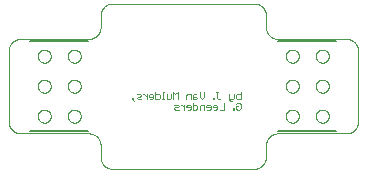
<source format=gbo>
G75*
%MOIN*%
%OFA0B0*%
%FSLAX25Y25*%
%IPPOS*%
%LPD*%
%AMOC8*
5,1,8,0,0,1.08239X$1,22.5*
%
%ADD10C,0.00200*%
%ADD11C,0.00000*%
%ADD12C,0.00500*%
D10*
X0060288Y0043586D02*
X0061022Y0042852D01*
X0060655Y0043586D02*
X0060288Y0043586D01*
X0060288Y0043953D01*
X0060655Y0043953D01*
X0060655Y0043586D01*
X0061764Y0043953D02*
X0062131Y0044320D01*
X0062865Y0044320D01*
X0063232Y0044687D01*
X0062865Y0045054D01*
X0061764Y0045054D01*
X0061764Y0043953D02*
X0062131Y0043586D01*
X0063232Y0043586D01*
X0063973Y0045054D02*
X0064340Y0045054D01*
X0065074Y0044320D01*
X0065074Y0043586D02*
X0065074Y0045054D01*
X0065816Y0044687D02*
X0066183Y0045054D01*
X0066917Y0045054D01*
X0067284Y0044687D01*
X0067284Y0043953D01*
X0066917Y0043586D01*
X0066183Y0043586D01*
X0065816Y0044320D02*
X0067284Y0044320D01*
X0068026Y0045054D02*
X0069126Y0045054D01*
X0069493Y0044687D01*
X0069493Y0043953D01*
X0069126Y0043586D01*
X0068026Y0043586D01*
X0068026Y0045788D01*
X0065816Y0044687D02*
X0065816Y0044320D01*
X0070233Y0043586D02*
X0070967Y0043586D01*
X0070600Y0043586D02*
X0070600Y0045788D01*
X0070967Y0045788D01*
X0071709Y0045054D02*
X0071709Y0043586D01*
X0072810Y0043586D01*
X0073177Y0043953D01*
X0073177Y0045054D01*
X0073919Y0045788D02*
X0073919Y0043586D01*
X0075386Y0043586D02*
X0075386Y0045788D01*
X0074653Y0045054D01*
X0073919Y0045788D01*
X0078338Y0044687D02*
X0078338Y0043586D01*
X0078338Y0044687D02*
X0078705Y0045054D01*
X0079806Y0045054D01*
X0079806Y0043586D01*
X0080548Y0043586D02*
X0081649Y0043586D01*
X0082016Y0043953D01*
X0081649Y0044320D01*
X0080548Y0044320D01*
X0080548Y0044687D02*
X0080548Y0043586D01*
X0080548Y0044687D02*
X0080915Y0045054D01*
X0081649Y0045054D01*
X0082758Y0044320D02*
X0082758Y0045788D01*
X0084226Y0045788D02*
X0084226Y0044320D01*
X0083492Y0043586D01*
X0082758Y0044320D01*
X0080548Y0042188D02*
X0080548Y0039986D01*
X0081649Y0039986D01*
X0082016Y0040353D01*
X0082016Y0041087D01*
X0081649Y0041454D01*
X0080548Y0041454D01*
X0079806Y0041087D02*
X0079439Y0041454D01*
X0078705Y0041454D01*
X0078338Y0041087D01*
X0078338Y0040720D01*
X0079806Y0040720D01*
X0079806Y0040353D02*
X0079806Y0041087D01*
X0079806Y0040353D02*
X0079439Y0039986D01*
X0078705Y0039986D01*
X0077596Y0039986D02*
X0077596Y0041454D01*
X0076862Y0041454D02*
X0076495Y0041454D01*
X0076862Y0041454D02*
X0077596Y0040720D01*
X0075755Y0041087D02*
X0075388Y0041454D01*
X0074287Y0041454D01*
X0074654Y0040720D02*
X0075388Y0040720D01*
X0075755Y0041087D01*
X0074654Y0040720D02*
X0074287Y0040353D01*
X0074654Y0039986D01*
X0075755Y0039986D01*
X0082758Y0039986D02*
X0082758Y0041087D01*
X0083125Y0041454D01*
X0084226Y0041454D01*
X0084226Y0039986D01*
X0084968Y0040720D02*
X0086436Y0040720D01*
X0086436Y0040353D02*
X0086436Y0041087D01*
X0086069Y0041454D01*
X0085335Y0041454D01*
X0084968Y0041087D01*
X0084968Y0040720D01*
X0085335Y0039986D02*
X0086069Y0039986D01*
X0086436Y0040353D01*
X0087178Y0040720D02*
X0088646Y0040720D01*
X0088646Y0040353D02*
X0088646Y0041087D01*
X0088279Y0041454D01*
X0087545Y0041454D01*
X0087178Y0041087D01*
X0087178Y0040720D01*
X0087545Y0039986D02*
X0088279Y0039986D01*
X0088646Y0040353D01*
X0089388Y0039986D02*
X0090856Y0039986D01*
X0090856Y0042188D01*
X0089384Y0043586D02*
X0089017Y0043586D01*
X0088650Y0043953D01*
X0088650Y0045788D01*
X0089017Y0045788D02*
X0088283Y0045788D01*
X0087541Y0043953D02*
X0087174Y0043953D01*
X0087174Y0043586D01*
X0087541Y0043586D01*
X0087541Y0043953D01*
X0089384Y0043586D02*
X0089751Y0043953D01*
X0092703Y0043586D02*
X0093803Y0043586D01*
X0094170Y0043953D01*
X0094170Y0045054D01*
X0094912Y0044687D02*
X0095279Y0045054D01*
X0096380Y0045054D01*
X0096380Y0045788D02*
X0096380Y0043586D01*
X0095279Y0043586D01*
X0094912Y0043953D01*
X0094912Y0044687D01*
X0092703Y0045054D02*
X0092703Y0043219D01*
X0093070Y0042852D01*
X0093436Y0042852D01*
X0094912Y0041821D02*
X0095279Y0042188D01*
X0096013Y0042188D01*
X0096380Y0041821D01*
X0096380Y0040353D01*
X0096013Y0039986D01*
X0095279Y0039986D01*
X0094912Y0040353D01*
X0094912Y0041087D01*
X0095646Y0041087D01*
X0094170Y0040353D02*
X0093803Y0040353D01*
X0093803Y0039986D01*
X0094170Y0039986D01*
X0094170Y0040353D01*
D11*
X0049728Y0028075D02*
X0049726Y0028199D01*
X0049720Y0028322D01*
X0049711Y0028446D01*
X0049697Y0028568D01*
X0049680Y0028691D01*
X0049658Y0028813D01*
X0049633Y0028934D01*
X0049604Y0029054D01*
X0049572Y0029173D01*
X0049535Y0029292D01*
X0049495Y0029409D01*
X0049452Y0029524D01*
X0049404Y0029639D01*
X0049353Y0029751D01*
X0049299Y0029862D01*
X0049241Y0029972D01*
X0049180Y0030079D01*
X0049115Y0030185D01*
X0049047Y0030288D01*
X0048976Y0030389D01*
X0048902Y0030488D01*
X0048825Y0030585D01*
X0048744Y0030679D01*
X0048661Y0030770D01*
X0048575Y0030859D01*
X0048486Y0030945D01*
X0048395Y0031028D01*
X0048301Y0031109D01*
X0048204Y0031186D01*
X0048105Y0031260D01*
X0048004Y0031331D01*
X0047901Y0031399D01*
X0047795Y0031464D01*
X0047688Y0031525D01*
X0047578Y0031583D01*
X0047467Y0031637D01*
X0047355Y0031688D01*
X0047240Y0031736D01*
X0047125Y0031779D01*
X0047008Y0031819D01*
X0046889Y0031856D01*
X0046770Y0031888D01*
X0046650Y0031917D01*
X0046529Y0031942D01*
X0046407Y0031964D01*
X0046284Y0031981D01*
X0046162Y0031995D01*
X0046038Y0032004D01*
X0045915Y0032010D01*
X0045791Y0032012D01*
X0023055Y0032012D01*
X0022931Y0032014D01*
X0022808Y0032020D01*
X0022684Y0032029D01*
X0022562Y0032043D01*
X0022439Y0032060D01*
X0022317Y0032082D01*
X0022196Y0032107D01*
X0022076Y0032136D01*
X0021957Y0032168D01*
X0021838Y0032205D01*
X0021721Y0032245D01*
X0021606Y0032288D01*
X0021491Y0032336D01*
X0021379Y0032387D01*
X0021268Y0032441D01*
X0021158Y0032499D01*
X0021051Y0032560D01*
X0020945Y0032625D01*
X0020842Y0032693D01*
X0020741Y0032764D01*
X0020642Y0032838D01*
X0020545Y0032915D01*
X0020451Y0032996D01*
X0020360Y0033079D01*
X0020271Y0033165D01*
X0020185Y0033254D01*
X0020102Y0033345D01*
X0020021Y0033439D01*
X0019944Y0033536D01*
X0019870Y0033635D01*
X0019799Y0033736D01*
X0019731Y0033839D01*
X0019666Y0033945D01*
X0019605Y0034052D01*
X0019547Y0034162D01*
X0019493Y0034273D01*
X0019442Y0034385D01*
X0019394Y0034500D01*
X0019351Y0034615D01*
X0019311Y0034732D01*
X0019274Y0034851D01*
X0019242Y0034970D01*
X0019213Y0035090D01*
X0019188Y0035211D01*
X0019166Y0035333D01*
X0019149Y0035456D01*
X0019135Y0035578D01*
X0019126Y0035702D01*
X0019120Y0035825D01*
X0019118Y0035949D01*
X0019118Y0059571D01*
X0019120Y0059695D01*
X0019126Y0059818D01*
X0019135Y0059942D01*
X0019149Y0060064D01*
X0019166Y0060187D01*
X0019188Y0060309D01*
X0019213Y0060430D01*
X0019242Y0060550D01*
X0019274Y0060669D01*
X0019311Y0060788D01*
X0019351Y0060905D01*
X0019394Y0061020D01*
X0019442Y0061135D01*
X0019493Y0061247D01*
X0019547Y0061358D01*
X0019605Y0061468D01*
X0019666Y0061575D01*
X0019731Y0061681D01*
X0019799Y0061784D01*
X0019870Y0061885D01*
X0019944Y0061984D01*
X0020021Y0062081D01*
X0020102Y0062175D01*
X0020185Y0062266D01*
X0020271Y0062355D01*
X0020360Y0062441D01*
X0020451Y0062524D01*
X0020545Y0062605D01*
X0020642Y0062682D01*
X0020741Y0062756D01*
X0020842Y0062827D01*
X0020945Y0062895D01*
X0021051Y0062960D01*
X0021158Y0063021D01*
X0021268Y0063079D01*
X0021379Y0063133D01*
X0021491Y0063184D01*
X0021606Y0063232D01*
X0021721Y0063275D01*
X0021838Y0063315D01*
X0021957Y0063352D01*
X0022076Y0063384D01*
X0022196Y0063413D01*
X0022317Y0063438D01*
X0022439Y0063460D01*
X0022562Y0063477D01*
X0022684Y0063491D01*
X0022808Y0063500D01*
X0022931Y0063506D01*
X0023055Y0063508D01*
X0045791Y0063508D01*
X0045915Y0063510D01*
X0046038Y0063516D01*
X0046162Y0063525D01*
X0046284Y0063539D01*
X0046407Y0063556D01*
X0046529Y0063578D01*
X0046650Y0063603D01*
X0046770Y0063632D01*
X0046889Y0063664D01*
X0047008Y0063701D01*
X0047125Y0063741D01*
X0047240Y0063784D01*
X0047355Y0063832D01*
X0047467Y0063883D01*
X0047578Y0063937D01*
X0047688Y0063995D01*
X0047795Y0064056D01*
X0047901Y0064121D01*
X0048004Y0064189D01*
X0048105Y0064260D01*
X0048204Y0064334D01*
X0048301Y0064411D01*
X0048395Y0064492D01*
X0048486Y0064575D01*
X0048575Y0064661D01*
X0048661Y0064750D01*
X0048744Y0064841D01*
X0048825Y0064935D01*
X0048902Y0065032D01*
X0048976Y0065131D01*
X0049047Y0065232D01*
X0049115Y0065335D01*
X0049180Y0065441D01*
X0049241Y0065548D01*
X0049299Y0065658D01*
X0049353Y0065769D01*
X0049404Y0065881D01*
X0049452Y0065996D01*
X0049495Y0066111D01*
X0049535Y0066228D01*
X0049572Y0066347D01*
X0049604Y0066466D01*
X0049633Y0066586D01*
X0049658Y0066707D01*
X0049680Y0066829D01*
X0049697Y0066952D01*
X0049711Y0067074D01*
X0049720Y0067198D01*
X0049726Y0067321D01*
X0049728Y0067445D01*
X0049728Y0071382D01*
X0049730Y0071506D01*
X0049736Y0071629D01*
X0049745Y0071753D01*
X0049759Y0071875D01*
X0049776Y0071998D01*
X0049798Y0072120D01*
X0049823Y0072241D01*
X0049852Y0072361D01*
X0049884Y0072480D01*
X0049921Y0072599D01*
X0049961Y0072716D01*
X0050004Y0072831D01*
X0050052Y0072946D01*
X0050103Y0073058D01*
X0050157Y0073169D01*
X0050215Y0073279D01*
X0050276Y0073386D01*
X0050341Y0073492D01*
X0050409Y0073595D01*
X0050480Y0073696D01*
X0050554Y0073795D01*
X0050631Y0073892D01*
X0050712Y0073986D01*
X0050795Y0074077D01*
X0050881Y0074166D01*
X0050970Y0074252D01*
X0051061Y0074335D01*
X0051155Y0074416D01*
X0051252Y0074493D01*
X0051351Y0074567D01*
X0051452Y0074638D01*
X0051555Y0074706D01*
X0051661Y0074771D01*
X0051768Y0074832D01*
X0051878Y0074890D01*
X0051989Y0074944D01*
X0052101Y0074995D01*
X0052216Y0075043D01*
X0052331Y0075086D01*
X0052448Y0075126D01*
X0052567Y0075163D01*
X0052686Y0075195D01*
X0052806Y0075224D01*
X0052927Y0075249D01*
X0053049Y0075271D01*
X0053172Y0075288D01*
X0053294Y0075302D01*
X0053418Y0075311D01*
X0053541Y0075317D01*
X0053665Y0075319D01*
X0100909Y0075319D01*
X0101033Y0075317D01*
X0101156Y0075311D01*
X0101280Y0075302D01*
X0101402Y0075288D01*
X0101525Y0075271D01*
X0101647Y0075249D01*
X0101768Y0075224D01*
X0101888Y0075195D01*
X0102007Y0075163D01*
X0102126Y0075126D01*
X0102243Y0075086D01*
X0102358Y0075043D01*
X0102473Y0074995D01*
X0102585Y0074944D01*
X0102696Y0074890D01*
X0102806Y0074832D01*
X0102913Y0074771D01*
X0103019Y0074706D01*
X0103122Y0074638D01*
X0103223Y0074567D01*
X0103322Y0074493D01*
X0103419Y0074416D01*
X0103513Y0074335D01*
X0103604Y0074252D01*
X0103693Y0074166D01*
X0103779Y0074077D01*
X0103862Y0073986D01*
X0103943Y0073892D01*
X0104020Y0073795D01*
X0104094Y0073696D01*
X0104165Y0073595D01*
X0104233Y0073492D01*
X0104298Y0073386D01*
X0104359Y0073279D01*
X0104417Y0073169D01*
X0104471Y0073058D01*
X0104522Y0072946D01*
X0104570Y0072831D01*
X0104613Y0072716D01*
X0104653Y0072599D01*
X0104690Y0072480D01*
X0104722Y0072361D01*
X0104751Y0072241D01*
X0104776Y0072120D01*
X0104798Y0071998D01*
X0104815Y0071875D01*
X0104829Y0071753D01*
X0104838Y0071629D01*
X0104844Y0071506D01*
X0104846Y0071382D01*
X0104846Y0067445D01*
X0104848Y0067321D01*
X0104854Y0067198D01*
X0104863Y0067074D01*
X0104877Y0066952D01*
X0104894Y0066829D01*
X0104916Y0066707D01*
X0104941Y0066586D01*
X0104970Y0066466D01*
X0105002Y0066347D01*
X0105039Y0066228D01*
X0105079Y0066111D01*
X0105122Y0065996D01*
X0105170Y0065881D01*
X0105221Y0065769D01*
X0105275Y0065658D01*
X0105333Y0065548D01*
X0105394Y0065441D01*
X0105459Y0065335D01*
X0105527Y0065232D01*
X0105598Y0065131D01*
X0105672Y0065032D01*
X0105749Y0064935D01*
X0105830Y0064841D01*
X0105913Y0064750D01*
X0105999Y0064661D01*
X0106088Y0064575D01*
X0106179Y0064492D01*
X0106273Y0064411D01*
X0106370Y0064334D01*
X0106469Y0064260D01*
X0106570Y0064189D01*
X0106673Y0064121D01*
X0106779Y0064056D01*
X0106886Y0063995D01*
X0106996Y0063937D01*
X0107107Y0063883D01*
X0107219Y0063832D01*
X0107334Y0063784D01*
X0107449Y0063741D01*
X0107566Y0063701D01*
X0107685Y0063664D01*
X0107804Y0063632D01*
X0107924Y0063603D01*
X0108045Y0063578D01*
X0108167Y0063556D01*
X0108290Y0063539D01*
X0108412Y0063525D01*
X0108536Y0063516D01*
X0108659Y0063510D01*
X0108783Y0063508D01*
X0131618Y0063508D01*
X0131742Y0063506D01*
X0131865Y0063500D01*
X0131989Y0063491D01*
X0132111Y0063477D01*
X0132234Y0063460D01*
X0132356Y0063438D01*
X0132477Y0063413D01*
X0132597Y0063384D01*
X0132716Y0063352D01*
X0132835Y0063315D01*
X0132952Y0063275D01*
X0133067Y0063232D01*
X0133182Y0063184D01*
X0133294Y0063133D01*
X0133405Y0063079D01*
X0133515Y0063021D01*
X0133622Y0062960D01*
X0133728Y0062895D01*
X0133831Y0062827D01*
X0133932Y0062756D01*
X0134031Y0062682D01*
X0134128Y0062605D01*
X0134222Y0062524D01*
X0134313Y0062441D01*
X0134402Y0062355D01*
X0134488Y0062266D01*
X0134571Y0062175D01*
X0134652Y0062081D01*
X0134729Y0061984D01*
X0134803Y0061885D01*
X0134874Y0061784D01*
X0134942Y0061681D01*
X0135007Y0061575D01*
X0135068Y0061468D01*
X0135126Y0061358D01*
X0135180Y0061247D01*
X0135231Y0061135D01*
X0135279Y0061020D01*
X0135322Y0060905D01*
X0135362Y0060788D01*
X0135399Y0060669D01*
X0135431Y0060550D01*
X0135460Y0060430D01*
X0135485Y0060309D01*
X0135507Y0060187D01*
X0135524Y0060064D01*
X0135538Y0059942D01*
X0135547Y0059818D01*
X0135553Y0059695D01*
X0135555Y0059571D01*
X0135555Y0035949D01*
X0135553Y0035825D01*
X0135547Y0035702D01*
X0135538Y0035578D01*
X0135524Y0035456D01*
X0135507Y0035333D01*
X0135485Y0035211D01*
X0135460Y0035090D01*
X0135431Y0034970D01*
X0135399Y0034851D01*
X0135362Y0034732D01*
X0135322Y0034615D01*
X0135279Y0034500D01*
X0135231Y0034385D01*
X0135180Y0034273D01*
X0135126Y0034162D01*
X0135068Y0034052D01*
X0135007Y0033945D01*
X0134942Y0033839D01*
X0134874Y0033736D01*
X0134803Y0033635D01*
X0134729Y0033536D01*
X0134652Y0033439D01*
X0134571Y0033345D01*
X0134488Y0033254D01*
X0134402Y0033165D01*
X0134313Y0033079D01*
X0134222Y0032996D01*
X0134128Y0032915D01*
X0134031Y0032838D01*
X0133932Y0032764D01*
X0133831Y0032693D01*
X0133728Y0032625D01*
X0133622Y0032560D01*
X0133515Y0032499D01*
X0133405Y0032441D01*
X0133294Y0032387D01*
X0133182Y0032336D01*
X0133067Y0032288D01*
X0132952Y0032245D01*
X0132835Y0032205D01*
X0132716Y0032168D01*
X0132597Y0032136D01*
X0132477Y0032107D01*
X0132356Y0032082D01*
X0132234Y0032060D01*
X0132111Y0032043D01*
X0131989Y0032029D01*
X0131865Y0032020D01*
X0131742Y0032014D01*
X0131618Y0032012D01*
X0108783Y0032012D01*
X0108659Y0032010D01*
X0108536Y0032004D01*
X0108412Y0031995D01*
X0108290Y0031981D01*
X0108167Y0031964D01*
X0108045Y0031942D01*
X0107924Y0031917D01*
X0107804Y0031888D01*
X0107685Y0031856D01*
X0107566Y0031819D01*
X0107449Y0031779D01*
X0107334Y0031736D01*
X0107219Y0031688D01*
X0107107Y0031637D01*
X0106996Y0031583D01*
X0106886Y0031525D01*
X0106779Y0031464D01*
X0106673Y0031399D01*
X0106570Y0031331D01*
X0106469Y0031260D01*
X0106370Y0031186D01*
X0106273Y0031109D01*
X0106179Y0031028D01*
X0106088Y0030945D01*
X0105999Y0030859D01*
X0105913Y0030770D01*
X0105830Y0030679D01*
X0105749Y0030585D01*
X0105672Y0030488D01*
X0105598Y0030389D01*
X0105527Y0030288D01*
X0105459Y0030185D01*
X0105394Y0030079D01*
X0105333Y0029972D01*
X0105275Y0029862D01*
X0105221Y0029751D01*
X0105170Y0029639D01*
X0105122Y0029524D01*
X0105079Y0029409D01*
X0105039Y0029292D01*
X0105002Y0029173D01*
X0104970Y0029054D01*
X0104941Y0028934D01*
X0104916Y0028813D01*
X0104894Y0028691D01*
X0104877Y0028568D01*
X0104863Y0028446D01*
X0104854Y0028322D01*
X0104848Y0028199D01*
X0104846Y0028075D01*
X0104846Y0024138D01*
X0104844Y0024014D01*
X0104838Y0023891D01*
X0104829Y0023767D01*
X0104815Y0023645D01*
X0104798Y0023522D01*
X0104776Y0023400D01*
X0104751Y0023279D01*
X0104722Y0023159D01*
X0104690Y0023040D01*
X0104653Y0022921D01*
X0104613Y0022804D01*
X0104570Y0022689D01*
X0104522Y0022574D01*
X0104471Y0022462D01*
X0104417Y0022351D01*
X0104359Y0022241D01*
X0104298Y0022134D01*
X0104233Y0022028D01*
X0104165Y0021925D01*
X0104094Y0021824D01*
X0104020Y0021725D01*
X0103943Y0021628D01*
X0103862Y0021534D01*
X0103779Y0021443D01*
X0103693Y0021354D01*
X0103604Y0021268D01*
X0103513Y0021185D01*
X0103419Y0021104D01*
X0103322Y0021027D01*
X0103223Y0020953D01*
X0103122Y0020882D01*
X0103019Y0020814D01*
X0102913Y0020749D01*
X0102806Y0020688D01*
X0102696Y0020630D01*
X0102585Y0020576D01*
X0102473Y0020525D01*
X0102358Y0020477D01*
X0102243Y0020434D01*
X0102126Y0020394D01*
X0102007Y0020357D01*
X0101888Y0020325D01*
X0101768Y0020296D01*
X0101647Y0020271D01*
X0101525Y0020249D01*
X0101402Y0020232D01*
X0101280Y0020218D01*
X0101156Y0020209D01*
X0101033Y0020203D01*
X0100909Y0020201D01*
X0053665Y0020201D01*
X0053541Y0020203D01*
X0053418Y0020209D01*
X0053294Y0020218D01*
X0053172Y0020232D01*
X0053049Y0020249D01*
X0052927Y0020271D01*
X0052806Y0020296D01*
X0052686Y0020325D01*
X0052567Y0020357D01*
X0052448Y0020394D01*
X0052331Y0020434D01*
X0052216Y0020477D01*
X0052101Y0020525D01*
X0051989Y0020576D01*
X0051878Y0020630D01*
X0051768Y0020688D01*
X0051661Y0020749D01*
X0051555Y0020814D01*
X0051452Y0020882D01*
X0051351Y0020953D01*
X0051252Y0021027D01*
X0051155Y0021104D01*
X0051061Y0021185D01*
X0050970Y0021268D01*
X0050881Y0021354D01*
X0050795Y0021443D01*
X0050712Y0021534D01*
X0050631Y0021628D01*
X0050554Y0021725D01*
X0050480Y0021824D01*
X0050409Y0021925D01*
X0050341Y0022028D01*
X0050276Y0022134D01*
X0050215Y0022241D01*
X0050157Y0022351D01*
X0050103Y0022462D01*
X0050052Y0022574D01*
X0050004Y0022689D01*
X0049961Y0022804D01*
X0049921Y0022921D01*
X0049884Y0023040D01*
X0049852Y0023159D01*
X0049823Y0023279D01*
X0049798Y0023400D01*
X0049776Y0023522D01*
X0049759Y0023645D01*
X0049745Y0023767D01*
X0049736Y0023891D01*
X0049730Y0024014D01*
X0049728Y0024138D01*
X0049728Y0028075D01*
X0038784Y0037760D02*
X0038786Y0037853D01*
X0038792Y0037945D01*
X0038802Y0038037D01*
X0038816Y0038128D01*
X0038833Y0038219D01*
X0038855Y0038309D01*
X0038880Y0038398D01*
X0038909Y0038486D01*
X0038942Y0038572D01*
X0038979Y0038657D01*
X0039019Y0038741D01*
X0039063Y0038822D01*
X0039110Y0038902D01*
X0039160Y0038980D01*
X0039214Y0039055D01*
X0039271Y0039128D01*
X0039331Y0039198D01*
X0039394Y0039266D01*
X0039460Y0039331D01*
X0039528Y0039393D01*
X0039599Y0039453D01*
X0039673Y0039509D01*
X0039749Y0039562D01*
X0039827Y0039611D01*
X0039907Y0039658D01*
X0039989Y0039700D01*
X0040073Y0039740D01*
X0040158Y0039775D01*
X0040245Y0039807D01*
X0040333Y0039836D01*
X0040422Y0039860D01*
X0040512Y0039881D01*
X0040603Y0039897D01*
X0040695Y0039910D01*
X0040787Y0039919D01*
X0040880Y0039924D01*
X0040972Y0039925D01*
X0041065Y0039922D01*
X0041157Y0039915D01*
X0041249Y0039904D01*
X0041340Y0039889D01*
X0041431Y0039871D01*
X0041521Y0039848D01*
X0041609Y0039822D01*
X0041697Y0039792D01*
X0041783Y0039758D01*
X0041867Y0039721D01*
X0041950Y0039679D01*
X0042031Y0039635D01*
X0042111Y0039587D01*
X0042188Y0039536D01*
X0042262Y0039481D01*
X0042335Y0039423D01*
X0042405Y0039363D01*
X0042472Y0039299D01*
X0042536Y0039233D01*
X0042598Y0039163D01*
X0042656Y0039092D01*
X0042711Y0039018D01*
X0042763Y0038941D01*
X0042812Y0038862D01*
X0042858Y0038782D01*
X0042900Y0038699D01*
X0042938Y0038615D01*
X0042973Y0038529D01*
X0043004Y0038442D01*
X0043031Y0038354D01*
X0043054Y0038264D01*
X0043074Y0038174D01*
X0043090Y0038083D01*
X0043102Y0037991D01*
X0043110Y0037899D01*
X0043114Y0037806D01*
X0043114Y0037714D01*
X0043110Y0037621D01*
X0043102Y0037529D01*
X0043090Y0037437D01*
X0043074Y0037346D01*
X0043054Y0037256D01*
X0043031Y0037166D01*
X0043004Y0037078D01*
X0042973Y0036991D01*
X0042938Y0036905D01*
X0042900Y0036821D01*
X0042858Y0036738D01*
X0042812Y0036658D01*
X0042763Y0036579D01*
X0042711Y0036502D01*
X0042656Y0036428D01*
X0042598Y0036357D01*
X0042536Y0036287D01*
X0042472Y0036221D01*
X0042405Y0036157D01*
X0042335Y0036097D01*
X0042262Y0036039D01*
X0042188Y0035984D01*
X0042111Y0035933D01*
X0042032Y0035885D01*
X0041950Y0035841D01*
X0041867Y0035799D01*
X0041783Y0035762D01*
X0041697Y0035728D01*
X0041609Y0035698D01*
X0041521Y0035672D01*
X0041431Y0035649D01*
X0041340Y0035631D01*
X0041249Y0035616D01*
X0041157Y0035605D01*
X0041065Y0035598D01*
X0040972Y0035595D01*
X0040880Y0035596D01*
X0040787Y0035601D01*
X0040695Y0035610D01*
X0040603Y0035623D01*
X0040512Y0035639D01*
X0040422Y0035660D01*
X0040333Y0035684D01*
X0040245Y0035713D01*
X0040158Y0035745D01*
X0040073Y0035780D01*
X0039989Y0035820D01*
X0039907Y0035862D01*
X0039827Y0035909D01*
X0039749Y0035958D01*
X0039673Y0036011D01*
X0039599Y0036067D01*
X0039528Y0036127D01*
X0039460Y0036189D01*
X0039394Y0036254D01*
X0039331Y0036322D01*
X0039271Y0036392D01*
X0039214Y0036465D01*
X0039160Y0036540D01*
X0039110Y0036618D01*
X0039063Y0036698D01*
X0039019Y0036779D01*
X0038979Y0036863D01*
X0038942Y0036948D01*
X0038909Y0037034D01*
X0038880Y0037122D01*
X0038855Y0037211D01*
X0038833Y0037301D01*
X0038816Y0037392D01*
X0038802Y0037483D01*
X0038792Y0037575D01*
X0038786Y0037667D01*
X0038784Y0037760D01*
X0028784Y0037760D02*
X0028786Y0037853D01*
X0028792Y0037945D01*
X0028802Y0038037D01*
X0028816Y0038128D01*
X0028833Y0038219D01*
X0028855Y0038309D01*
X0028880Y0038398D01*
X0028909Y0038486D01*
X0028942Y0038572D01*
X0028979Y0038657D01*
X0029019Y0038741D01*
X0029063Y0038822D01*
X0029110Y0038902D01*
X0029160Y0038980D01*
X0029214Y0039055D01*
X0029271Y0039128D01*
X0029331Y0039198D01*
X0029394Y0039266D01*
X0029460Y0039331D01*
X0029528Y0039393D01*
X0029599Y0039453D01*
X0029673Y0039509D01*
X0029749Y0039562D01*
X0029827Y0039611D01*
X0029907Y0039658D01*
X0029989Y0039700D01*
X0030073Y0039740D01*
X0030158Y0039775D01*
X0030245Y0039807D01*
X0030333Y0039836D01*
X0030422Y0039860D01*
X0030512Y0039881D01*
X0030603Y0039897D01*
X0030695Y0039910D01*
X0030787Y0039919D01*
X0030880Y0039924D01*
X0030972Y0039925D01*
X0031065Y0039922D01*
X0031157Y0039915D01*
X0031249Y0039904D01*
X0031340Y0039889D01*
X0031431Y0039871D01*
X0031521Y0039848D01*
X0031609Y0039822D01*
X0031697Y0039792D01*
X0031783Y0039758D01*
X0031867Y0039721D01*
X0031950Y0039679D01*
X0032031Y0039635D01*
X0032111Y0039587D01*
X0032188Y0039536D01*
X0032262Y0039481D01*
X0032335Y0039423D01*
X0032405Y0039363D01*
X0032472Y0039299D01*
X0032536Y0039233D01*
X0032598Y0039163D01*
X0032656Y0039092D01*
X0032711Y0039018D01*
X0032763Y0038941D01*
X0032812Y0038862D01*
X0032858Y0038782D01*
X0032900Y0038699D01*
X0032938Y0038615D01*
X0032973Y0038529D01*
X0033004Y0038442D01*
X0033031Y0038354D01*
X0033054Y0038264D01*
X0033074Y0038174D01*
X0033090Y0038083D01*
X0033102Y0037991D01*
X0033110Y0037899D01*
X0033114Y0037806D01*
X0033114Y0037714D01*
X0033110Y0037621D01*
X0033102Y0037529D01*
X0033090Y0037437D01*
X0033074Y0037346D01*
X0033054Y0037256D01*
X0033031Y0037166D01*
X0033004Y0037078D01*
X0032973Y0036991D01*
X0032938Y0036905D01*
X0032900Y0036821D01*
X0032858Y0036738D01*
X0032812Y0036658D01*
X0032763Y0036579D01*
X0032711Y0036502D01*
X0032656Y0036428D01*
X0032598Y0036357D01*
X0032536Y0036287D01*
X0032472Y0036221D01*
X0032405Y0036157D01*
X0032335Y0036097D01*
X0032262Y0036039D01*
X0032188Y0035984D01*
X0032111Y0035933D01*
X0032032Y0035885D01*
X0031950Y0035841D01*
X0031867Y0035799D01*
X0031783Y0035762D01*
X0031697Y0035728D01*
X0031609Y0035698D01*
X0031521Y0035672D01*
X0031431Y0035649D01*
X0031340Y0035631D01*
X0031249Y0035616D01*
X0031157Y0035605D01*
X0031065Y0035598D01*
X0030972Y0035595D01*
X0030880Y0035596D01*
X0030787Y0035601D01*
X0030695Y0035610D01*
X0030603Y0035623D01*
X0030512Y0035639D01*
X0030422Y0035660D01*
X0030333Y0035684D01*
X0030245Y0035713D01*
X0030158Y0035745D01*
X0030073Y0035780D01*
X0029989Y0035820D01*
X0029907Y0035862D01*
X0029827Y0035909D01*
X0029749Y0035958D01*
X0029673Y0036011D01*
X0029599Y0036067D01*
X0029528Y0036127D01*
X0029460Y0036189D01*
X0029394Y0036254D01*
X0029331Y0036322D01*
X0029271Y0036392D01*
X0029214Y0036465D01*
X0029160Y0036540D01*
X0029110Y0036618D01*
X0029063Y0036698D01*
X0029019Y0036779D01*
X0028979Y0036863D01*
X0028942Y0036948D01*
X0028909Y0037034D01*
X0028880Y0037122D01*
X0028855Y0037211D01*
X0028833Y0037301D01*
X0028816Y0037392D01*
X0028802Y0037483D01*
X0028792Y0037575D01*
X0028786Y0037667D01*
X0028784Y0037760D01*
X0028784Y0047760D02*
X0028786Y0047853D01*
X0028792Y0047945D01*
X0028802Y0048037D01*
X0028816Y0048128D01*
X0028833Y0048219D01*
X0028855Y0048309D01*
X0028880Y0048398D01*
X0028909Y0048486D01*
X0028942Y0048572D01*
X0028979Y0048657D01*
X0029019Y0048741D01*
X0029063Y0048822D01*
X0029110Y0048902D01*
X0029160Y0048980D01*
X0029214Y0049055D01*
X0029271Y0049128D01*
X0029331Y0049198D01*
X0029394Y0049266D01*
X0029460Y0049331D01*
X0029528Y0049393D01*
X0029599Y0049453D01*
X0029673Y0049509D01*
X0029749Y0049562D01*
X0029827Y0049611D01*
X0029907Y0049658D01*
X0029989Y0049700D01*
X0030073Y0049740D01*
X0030158Y0049775D01*
X0030245Y0049807D01*
X0030333Y0049836D01*
X0030422Y0049860D01*
X0030512Y0049881D01*
X0030603Y0049897D01*
X0030695Y0049910D01*
X0030787Y0049919D01*
X0030880Y0049924D01*
X0030972Y0049925D01*
X0031065Y0049922D01*
X0031157Y0049915D01*
X0031249Y0049904D01*
X0031340Y0049889D01*
X0031431Y0049871D01*
X0031521Y0049848D01*
X0031609Y0049822D01*
X0031697Y0049792D01*
X0031783Y0049758D01*
X0031867Y0049721D01*
X0031950Y0049679D01*
X0032031Y0049635D01*
X0032111Y0049587D01*
X0032188Y0049536D01*
X0032262Y0049481D01*
X0032335Y0049423D01*
X0032405Y0049363D01*
X0032472Y0049299D01*
X0032536Y0049233D01*
X0032598Y0049163D01*
X0032656Y0049092D01*
X0032711Y0049018D01*
X0032763Y0048941D01*
X0032812Y0048862D01*
X0032858Y0048782D01*
X0032900Y0048699D01*
X0032938Y0048615D01*
X0032973Y0048529D01*
X0033004Y0048442D01*
X0033031Y0048354D01*
X0033054Y0048264D01*
X0033074Y0048174D01*
X0033090Y0048083D01*
X0033102Y0047991D01*
X0033110Y0047899D01*
X0033114Y0047806D01*
X0033114Y0047714D01*
X0033110Y0047621D01*
X0033102Y0047529D01*
X0033090Y0047437D01*
X0033074Y0047346D01*
X0033054Y0047256D01*
X0033031Y0047166D01*
X0033004Y0047078D01*
X0032973Y0046991D01*
X0032938Y0046905D01*
X0032900Y0046821D01*
X0032858Y0046738D01*
X0032812Y0046658D01*
X0032763Y0046579D01*
X0032711Y0046502D01*
X0032656Y0046428D01*
X0032598Y0046357D01*
X0032536Y0046287D01*
X0032472Y0046221D01*
X0032405Y0046157D01*
X0032335Y0046097D01*
X0032262Y0046039D01*
X0032188Y0045984D01*
X0032111Y0045933D01*
X0032032Y0045885D01*
X0031950Y0045841D01*
X0031867Y0045799D01*
X0031783Y0045762D01*
X0031697Y0045728D01*
X0031609Y0045698D01*
X0031521Y0045672D01*
X0031431Y0045649D01*
X0031340Y0045631D01*
X0031249Y0045616D01*
X0031157Y0045605D01*
X0031065Y0045598D01*
X0030972Y0045595D01*
X0030880Y0045596D01*
X0030787Y0045601D01*
X0030695Y0045610D01*
X0030603Y0045623D01*
X0030512Y0045639D01*
X0030422Y0045660D01*
X0030333Y0045684D01*
X0030245Y0045713D01*
X0030158Y0045745D01*
X0030073Y0045780D01*
X0029989Y0045820D01*
X0029907Y0045862D01*
X0029827Y0045909D01*
X0029749Y0045958D01*
X0029673Y0046011D01*
X0029599Y0046067D01*
X0029528Y0046127D01*
X0029460Y0046189D01*
X0029394Y0046254D01*
X0029331Y0046322D01*
X0029271Y0046392D01*
X0029214Y0046465D01*
X0029160Y0046540D01*
X0029110Y0046618D01*
X0029063Y0046698D01*
X0029019Y0046779D01*
X0028979Y0046863D01*
X0028942Y0046948D01*
X0028909Y0047034D01*
X0028880Y0047122D01*
X0028855Y0047211D01*
X0028833Y0047301D01*
X0028816Y0047392D01*
X0028802Y0047483D01*
X0028792Y0047575D01*
X0028786Y0047667D01*
X0028784Y0047760D01*
X0038784Y0047760D02*
X0038786Y0047853D01*
X0038792Y0047945D01*
X0038802Y0048037D01*
X0038816Y0048128D01*
X0038833Y0048219D01*
X0038855Y0048309D01*
X0038880Y0048398D01*
X0038909Y0048486D01*
X0038942Y0048572D01*
X0038979Y0048657D01*
X0039019Y0048741D01*
X0039063Y0048822D01*
X0039110Y0048902D01*
X0039160Y0048980D01*
X0039214Y0049055D01*
X0039271Y0049128D01*
X0039331Y0049198D01*
X0039394Y0049266D01*
X0039460Y0049331D01*
X0039528Y0049393D01*
X0039599Y0049453D01*
X0039673Y0049509D01*
X0039749Y0049562D01*
X0039827Y0049611D01*
X0039907Y0049658D01*
X0039989Y0049700D01*
X0040073Y0049740D01*
X0040158Y0049775D01*
X0040245Y0049807D01*
X0040333Y0049836D01*
X0040422Y0049860D01*
X0040512Y0049881D01*
X0040603Y0049897D01*
X0040695Y0049910D01*
X0040787Y0049919D01*
X0040880Y0049924D01*
X0040972Y0049925D01*
X0041065Y0049922D01*
X0041157Y0049915D01*
X0041249Y0049904D01*
X0041340Y0049889D01*
X0041431Y0049871D01*
X0041521Y0049848D01*
X0041609Y0049822D01*
X0041697Y0049792D01*
X0041783Y0049758D01*
X0041867Y0049721D01*
X0041950Y0049679D01*
X0042031Y0049635D01*
X0042111Y0049587D01*
X0042188Y0049536D01*
X0042262Y0049481D01*
X0042335Y0049423D01*
X0042405Y0049363D01*
X0042472Y0049299D01*
X0042536Y0049233D01*
X0042598Y0049163D01*
X0042656Y0049092D01*
X0042711Y0049018D01*
X0042763Y0048941D01*
X0042812Y0048862D01*
X0042858Y0048782D01*
X0042900Y0048699D01*
X0042938Y0048615D01*
X0042973Y0048529D01*
X0043004Y0048442D01*
X0043031Y0048354D01*
X0043054Y0048264D01*
X0043074Y0048174D01*
X0043090Y0048083D01*
X0043102Y0047991D01*
X0043110Y0047899D01*
X0043114Y0047806D01*
X0043114Y0047714D01*
X0043110Y0047621D01*
X0043102Y0047529D01*
X0043090Y0047437D01*
X0043074Y0047346D01*
X0043054Y0047256D01*
X0043031Y0047166D01*
X0043004Y0047078D01*
X0042973Y0046991D01*
X0042938Y0046905D01*
X0042900Y0046821D01*
X0042858Y0046738D01*
X0042812Y0046658D01*
X0042763Y0046579D01*
X0042711Y0046502D01*
X0042656Y0046428D01*
X0042598Y0046357D01*
X0042536Y0046287D01*
X0042472Y0046221D01*
X0042405Y0046157D01*
X0042335Y0046097D01*
X0042262Y0046039D01*
X0042188Y0045984D01*
X0042111Y0045933D01*
X0042032Y0045885D01*
X0041950Y0045841D01*
X0041867Y0045799D01*
X0041783Y0045762D01*
X0041697Y0045728D01*
X0041609Y0045698D01*
X0041521Y0045672D01*
X0041431Y0045649D01*
X0041340Y0045631D01*
X0041249Y0045616D01*
X0041157Y0045605D01*
X0041065Y0045598D01*
X0040972Y0045595D01*
X0040880Y0045596D01*
X0040787Y0045601D01*
X0040695Y0045610D01*
X0040603Y0045623D01*
X0040512Y0045639D01*
X0040422Y0045660D01*
X0040333Y0045684D01*
X0040245Y0045713D01*
X0040158Y0045745D01*
X0040073Y0045780D01*
X0039989Y0045820D01*
X0039907Y0045862D01*
X0039827Y0045909D01*
X0039749Y0045958D01*
X0039673Y0046011D01*
X0039599Y0046067D01*
X0039528Y0046127D01*
X0039460Y0046189D01*
X0039394Y0046254D01*
X0039331Y0046322D01*
X0039271Y0046392D01*
X0039214Y0046465D01*
X0039160Y0046540D01*
X0039110Y0046618D01*
X0039063Y0046698D01*
X0039019Y0046779D01*
X0038979Y0046863D01*
X0038942Y0046948D01*
X0038909Y0047034D01*
X0038880Y0047122D01*
X0038855Y0047211D01*
X0038833Y0047301D01*
X0038816Y0047392D01*
X0038802Y0047483D01*
X0038792Y0047575D01*
X0038786Y0047667D01*
X0038784Y0047760D01*
X0038784Y0057760D02*
X0038786Y0057853D01*
X0038792Y0057945D01*
X0038802Y0058037D01*
X0038816Y0058128D01*
X0038833Y0058219D01*
X0038855Y0058309D01*
X0038880Y0058398D01*
X0038909Y0058486D01*
X0038942Y0058572D01*
X0038979Y0058657D01*
X0039019Y0058741D01*
X0039063Y0058822D01*
X0039110Y0058902D01*
X0039160Y0058980D01*
X0039214Y0059055D01*
X0039271Y0059128D01*
X0039331Y0059198D01*
X0039394Y0059266D01*
X0039460Y0059331D01*
X0039528Y0059393D01*
X0039599Y0059453D01*
X0039673Y0059509D01*
X0039749Y0059562D01*
X0039827Y0059611D01*
X0039907Y0059658D01*
X0039989Y0059700D01*
X0040073Y0059740D01*
X0040158Y0059775D01*
X0040245Y0059807D01*
X0040333Y0059836D01*
X0040422Y0059860D01*
X0040512Y0059881D01*
X0040603Y0059897D01*
X0040695Y0059910D01*
X0040787Y0059919D01*
X0040880Y0059924D01*
X0040972Y0059925D01*
X0041065Y0059922D01*
X0041157Y0059915D01*
X0041249Y0059904D01*
X0041340Y0059889D01*
X0041431Y0059871D01*
X0041521Y0059848D01*
X0041609Y0059822D01*
X0041697Y0059792D01*
X0041783Y0059758D01*
X0041867Y0059721D01*
X0041950Y0059679D01*
X0042031Y0059635D01*
X0042111Y0059587D01*
X0042188Y0059536D01*
X0042262Y0059481D01*
X0042335Y0059423D01*
X0042405Y0059363D01*
X0042472Y0059299D01*
X0042536Y0059233D01*
X0042598Y0059163D01*
X0042656Y0059092D01*
X0042711Y0059018D01*
X0042763Y0058941D01*
X0042812Y0058862D01*
X0042858Y0058782D01*
X0042900Y0058699D01*
X0042938Y0058615D01*
X0042973Y0058529D01*
X0043004Y0058442D01*
X0043031Y0058354D01*
X0043054Y0058264D01*
X0043074Y0058174D01*
X0043090Y0058083D01*
X0043102Y0057991D01*
X0043110Y0057899D01*
X0043114Y0057806D01*
X0043114Y0057714D01*
X0043110Y0057621D01*
X0043102Y0057529D01*
X0043090Y0057437D01*
X0043074Y0057346D01*
X0043054Y0057256D01*
X0043031Y0057166D01*
X0043004Y0057078D01*
X0042973Y0056991D01*
X0042938Y0056905D01*
X0042900Y0056821D01*
X0042858Y0056738D01*
X0042812Y0056658D01*
X0042763Y0056579D01*
X0042711Y0056502D01*
X0042656Y0056428D01*
X0042598Y0056357D01*
X0042536Y0056287D01*
X0042472Y0056221D01*
X0042405Y0056157D01*
X0042335Y0056097D01*
X0042262Y0056039D01*
X0042188Y0055984D01*
X0042111Y0055933D01*
X0042032Y0055885D01*
X0041950Y0055841D01*
X0041867Y0055799D01*
X0041783Y0055762D01*
X0041697Y0055728D01*
X0041609Y0055698D01*
X0041521Y0055672D01*
X0041431Y0055649D01*
X0041340Y0055631D01*
X0041249Y0055616D01*
X0041157Y0055605D01*
X0041065Y0055598D01*
X0040972Y0055595D01*
X0040880Y0055596D01*
X0040787Y0055601D01*
X0040695Y0055610D01*
X0040603Y0055623D01*
X0040512Y0055639D01*
X0040422Y0055660D01*
X0040333Y0055684D01*
X0040245Y0055713D01*
X0040158Y0055745D01*
X0040073Y0055780D01*
X0039989Y0055820D01*
X0039907Y0055862D01*
X0039827Y0055909D01*
X0039749Y0055958D01*
X0039673Y0056011D01*
X0039599Y0056067D01*
X0039528Y0056127D01*
X0039460Y0056189D01*
X0039394Y0056254D01*
X0039331Y0056322D01*
X0039271Y0056392D01*
X0039214Y0056465D01*
X0039160Y0056540D01*
X0039110Y0056618D01*
X0039063Y0056698D01*
X0039019Y0056779D01*
X0038979Y0056863D01*
X0038942Y0056948D01*
X0038909Y0057034D01*
X0038880Y0057122D01*
X0038855Y0057211D01*
X0038833Y0057301D01*
X0038816Y0057392D01*
X0038802Y0057483D01*
X0038792Y0057575D01*
X0038786Y0057667D01*
X0038784Y0057760D01*
X0028784Y0057760D02*
X0028786Y0057853D01*
X0028792Y0057945D01*
X0028802Y0058037D01*
X0028816Y0058128D01*
X0028833Y0058219D01*
X0028855Y0058309D01*
X0028880Y0058398D01*
X0028909Y0058486D01*
X0028942Y0058572D01*
X0028979Y0058657D01*
X0029019Y0058741D01*
X0029063Y0058822D01*
X0029110Y0058902D01*
X0029160Y0058980D01*
X0029214Y0059055D01*
X0029271Y0059128D01*
X0029331Y0059198D01*
X0029394Y0059266D01*
X0029460Y0059331D01*
X0029528Y0059393D01*
X0029599Y0059453D01*
X0029673Y0059509D01*
X0029749Y0059562D01*
X0029827Y0059611D01*
X0029907Y0059658D01*
X0029989Y0059700D01*
X0030073Y0059740D01*
X0030158Y0059775D01*
X0030245Y0059807D01*
X0030333Y0059836D01*
X0030422Y0059860D01*
X0030512Y0059881D01*
X0030603Y0059897D01*
X0030695Y0059910D01*
X0030787Y0059919D01*
X0030880Y0059924D01*
X0030972Y0059925D01*
X0031065Y0059922D01*
X0031157Y0059915D01*
X0031249Y0059904D01*
X0031340Y0059889D01*
X0031431Y0059871D01*
X0031521Y0059848D01*
X0031609Y0059822D01*
X0031697Y0059792D01*
X0031783Y0059758D01*
X0031867Y0059721D01*
X0031950Y0059679D01*
X0032031Y0059635D01*
X0032111Y0059587D01*
X0032188Y0059536D01*
X0032262Y0059481D01*
X0032335Y0059423D01*
X0032405Y0059363D01*
X0032472Y0059299D01*
X0032536Y0059233D01*
X0032598Y0059163D01*
X0032656Y0059092D01*
X0032711Y0059018D01*
X0032763Y0058941D01*
X0032812Y0058862D01*
X0032858Y0058782D01*
X0032900Y0058699D01*
X0032938Y0058615D01*
X0032973Y0058529D01*
X0033004Y0058442D01*
X0033031Y0058354D01*
X0033054Y0058264D01*
X0033074Y0058174D01*
X0033090Y0058083D01*
X0033102Y0057991D01*
X0033110Y0057899D01*
X0033114Y0057806D01*
X0033114Y0057714D01*
X0033110Y0057621D01*
X0033102Y0057529D01*
X0033090Y0057437D01*
X0033074Y0057346D01*
X0033054Y0057256D01*
X0033031Y0057166D01*
X0033004Y0057078D01*
X0032973Y0056991D01*
X0032938Y0056905D01*
X0032900Y0056821D01*
X0032858Y0056738D01*
X0032812Y0056658D01*
X0032763Y0056579D01*
X0032711Y0056502D01*
X0032656Y0056428D01*
X0032598Y0056357D01*
X0032536Y0056287D01*
X0032472Y0056221D01*
X0032405Y0056157D01*
X0032335Y0056097D01*
X0032262Y0056039D01*
X0032188Y0055984D01*
X0032111Y0055933D01*
X0032032Y0055885D01*
X0031950Y0055841D01*
X0031867Y0055799D01*
X0031783Y0055762D01*
X0031697Y0055728D01*
X0031609Y0055698D01*
X0031521Y0055672D01*
X0031431Y0055649D01*
X0031340Y0055631D01*
X0031249Y0055616D01*
X0031157Y0055605D01*
X0031065Y0055598D01*
X0030972Y0055595D01*
X0030880Y0055596D01*
X0030787Y0055601D01*
X0030695Y0055610D01*
X0030603Y0055623D01*
X0030512Y0055639D01*
X0030422Y0055660D01*
X0030333Y0055684D01*
X0030245Y0055713D01*
X0030158Y0055745D01*
X0030073Y0055780D01*
X0029989Y0055820D01*
X0029907Y0055862D01*
X0029827Y0055909D01*
X0029749Y0055958D01*
X0029673Y0056011D01*
X0029599Y0056067D01*
X0029528Y0056127D01*
X0029460Y0056189D01*
X0029394Y0056254D01*
X0029331Y0056322D01*
X0029271Y0056392D01*
X0029214Y0056465D01*
X0029160Y0056540D01*
X0029110Y0056618D01*
X0029063Y0056698D01*
X0029019Y0056779D01*
X0028979Y0056863D01*
X0028942Y0056948D01*
X0028909Y0057034D01*
X0028880Y0057122D01*
X0028855Y0057211D01*
X0028833Y0057301D01*
X0028816Y0057392D01*
X0028802Y0057483D01*
X0028792Y0057575D01*
X0028786Y0057667D01*
X0028784Y0057760D01*
X0111461Y0057760D02*
X0111463Y0057853D01*
X0111469Y0057945D01*
X0111479Y0058037D01*
X0111493Y0058128D01*
X0111510Y0058219D01*
X0111532Y0058309D01*
X0111557Y0058398D01*
X0111586Y0058486D01*
X0111619Y0058572D01*
X0111656Y0058657D01*
X0111696Y0058741D01*
X0111740Y0058822D01*
X0111787Y0058902D01*
X0111837Y0058980D01*
X0111891Y0059055D01*
X0111948Y0059128D01*
X0112008Y0059198D01*
X0112071Y0059266D01*
X0112137Y0059331D01*
X0112205Y0059393D01*
X0112276Y0059453D01*
X0112350Y0059509D01*
X0112426Y0059562D01*
X0112504Y0059611D01*
X0112584Y0059658D01*
X0112666Y0059700D01*
X0112750Y0059740D01*
X0112835Y0059775D01*
X0112922Y0059807D01*
X0113010Y0059836D01*
X0113099Y0059860D01*
X0113189Y0059881D01*
X0113280Y0059897D01*
X0113372Y0059910D01*
X0113464Y0059919D01*
X0113557Y0059924D01*
X0113649Y0059925D01*
X0113742Y0059922D01*
X0113834Y0059915D01*
X0113926Y0059904D01*
X0114017Y0059889D01*
X0114108Y0059871D01*
X0114198Y0059848D01*
X0114286Y0059822D01*
X0114374Y0059792D01*
X0114460Y0059758D01*
X0114544Y0059721D01*
X0114627Y0059679D01*
X0114708Y0059635D01*
X0114788Y0059587D01*
X0114865Y0059536D01*
X0114939Y0059481D01*
X0115012Y0059423D01*
X0115082Y0059363D01*
X0115149Y0059299D01*
X0115213Y0059233D01*
X0115275Y0059163D01*
X0115333Y0059092D01*
X0115388Y0059018D01*
X0115440Y0058941D01*
X0115489Y0058862D01*
X0115535Y0058782D01*
X0115577Y0058699D01*
X0115615Y0058615D01*
X0115650Y0058529D01*
X0115681Y0058442D01*
X0115708Y0058354D01*
X0115731Y0058264D01*
X0115751Y0058174D01*
X0115767Y0058083D01*
X0115779Y0057991D01*
X0115787Y0057899D01*
X0115791Y0057806D01*
X0115791Y0057714D01*
X0115787Y0057621D01*
X0115779Y0057529D01*
X0115767Y0057437D01*
X0115751Y0057346D01*
X0115731Y0057256D01*
X0115708Y0057166D01*
X0115681Y0057078D01*
X0115650Y0056991D01*
X0115615Y0056905D01*
X0115577Y0056821D01*
X0115535Y0056738D01*
X0115489Y0056658D01*
X0115440Y0056579D01*
X0115388Y0056502D01*
X0115333Y0056428D01*
X0115275Y0056357D01*
X0115213Y0056287D01*
X0115149Y0056221D01*
X0115082Y0056157D01*
X0115012Y0056097D01*
X0114939Y0056039D01*
X0114865Y0055984D01*
X0114788Y0055933D01*
X0114709Y0055885D01*
X0114627Y0055841D01*
X0114544Y0055799D01*
X0114460Y0055762D01*
X0114374Y0055728D01*
X0114286Y0055698D01*
X0114198Y0055672D01*
X0114108Y0055649D01*
X0114017Y0055631D01*
X0113926Y0055616D01*
X0113834Y0055605D01*
X0113742Y0055598D01*
X0113649Y0055595D01*
X0113557Y0055596D01*
X0113464Y0055601D01*
X0113372Y0055610D01*
X0113280Y0055623D01*
X0113189Y0055639D01*
X0113099Y0055660D01*
X0113010Y0055684D01*
X0112922Y0055713D01*
X0112835Y0055745D01*
X0112750Y0055780D01*
X0112666Y0055820D01*
X0112584Y0055862D01*
X0112504Y0055909D01*
X0112426Y0055958D01*
X0112350Y0056011D01*
X0112276Y0056067D01*
X0112205Y0056127D01*
X0112137Y0056189D01*
X0112071Y0056254D01*
X0112008Y0056322D01*
X0111948Y0056392D01*
X0111891Y0056465D01*
X0111837Y0056540D01*
X0111787Y0056618D01*
X0111740Y0056698D01*
X0111696Y0056779D01*
X0111656Y0056863D01*
X0111619Y0056948D01*
X0111586Y0057034D01*
X0111557Y0057122D01*
X0111532Y0057211D01*
X0111510Y0057301D01*
X0111493Y0057392D01*
X0111479Y0057483D01*
X0111469Y0057575D01*
X0111463Y0057667D01*
X0111461Y0057760D01*
X0121461Y0057760D02*
X0121463Y0057853D01*
X0121469Y0057945D01*
X0121479Y0058037D01*
X0121493Y0058128D01*
X0121510Y0058219D01*
X0121532Y0058309D01*
X0121557Y0058398D01*
X0121586Y0058486D01*
X0121619Y0058572D01*
X0121656Y0058657D01*
X0121696Y0058741D01*
X0121740Y0058822D01*
X0121787Y0058902D01*
X0121837Y0058980D01*
X0121891Y0059055D01*
X0121948Y0059128D01*
X0122008Y0059198D01*
X0122071Y0059266D01*
X0122137Y0059331D01*
X0122205Y0059393D01*
X0122276Y0059453D01*
X0122350Y0059509D01*
X0122426Y0059562D01*
X0122504Y0059611D01*
X0122584Y0059658D01*
X0122666Y0059700D01*
X0122750Y0059740D01*
X0122835Y0059775D01*
X0122922Y0059807D01*
X0123010Y0059836D01*
X0123099Y0059860D01*
X0123189Y0059881D01*
X0123280Y0059897D01*
X0123372Y0059910D01*
X0123464Y0059919D01*
X0123557Y0059924D01*
X0123649Y0059925D01*
X0123742Y0059922D01*
X0123834Y0059915D01*
X0123926Y0059904D01*
X0124017Y0059889D01*
X0124108Y0059871D01*
X0124198Y0059848D01*
X0124286Y0059822D01*
X0124374Y0059792D01*
X0124460Y0059758D01*
X0124544Y0059721D01*
X0124627Y0059679D01*
X0124708Y0059635D01*
X0124788Y0059587D01*
X0124865Y0059536D01*
X0124939Y0059481D01*
X0125012Y0059423D01*
X0125082Y0059363D01*
X0125149Y0059299D01*
X0125213Y0059233D01*
X0125275Y0059163D01*
X0125333Y0059092D01*
X0125388Y0059018D01*
X0125440Y0058941D01*
X0125489Y0058862D01*
X0125535Y0058782D01*
X0125577Y0058699D01*
X0125615Y0058615D01*
X0125650Y0058529D01*
X0125681Y0058442D01*
X0125708Y0058354D01*
X0125731Y0058264D01*
X0125751Y0058174D01*
X0125767Y0058083D01*
X0125779Y0057991D01*
X0125787Y0057899D01*
X0125791Y0057806D01*
X0125791Y0057714D01*
X0125787Y0057621D01*
X0125779Y0057529D01*
X0125767Y0057437D01*
X0125751Y0057346D01*
X0125731Y0057256D01*
X0125708Y0057166D01*
X0125681Y0057078D01*
X0125650Y0056991D01*
X0125615Y0056905D01*
X0125577Y0056821D01*
X0125535Y0056738D01*
X0125489Y0056658D01*
X0125440Y0056579D01*
X0125388Y0056502D01*
X0125333Y0056428D01*
X0125275Y0056357D01*
X0125213Y0056287D01*
X0125149Y0056221D01*
X0125082Y0056157D01*
X0125012Y0056097D01*
X0124939Y0056039D01*
X0124865Y0055984D01*
X0124788Y0055933D01*
X0124709Y0055885D01*
X0124627Y0055841D01*
X0124544Y0055799D01*
X0124460Y0055762D01*
X0124374Y0055728D01*
X0124286Y0055698D01*
X0124198Y0055672D01*
X0124108Y0055649D01*
X0124017Y0055631D01*
X0123926Y0055616D01*
X0123834Y0055605D01*
X0123742Y0055598D01*
X0123649Y0055595D01*
X0123557Y0055596D01*
X0123464Y0055601D01*
X0123372Y0055610D01*
X0123280Y0055623D01*
X0123189Y0055639D01*
X0123099Y0055660D01*
X0123010Y0055684D01*
X0122922Y0055713D01*
X0122835Y0055745D01*
X0122750Y0055780D01*
X0122666Y0055820D01*
X0122584Y0055862D01*
X0122504Y0055909D01*
X0122426Y0055958D01*
X0122350Y0056011D01*
X0122276Y0056067D01*
X0122205Y0056127D01*
X0122137Y0056189D01*
X0122071Y0056254D01*
X0122008Y0056322D01*
X0121948Y0056392D01*
X0121891Y0056465D01*
X0121837Y0056540D01*
X0121787Y0056618D01*
X0121740Y0056698D01*
X0121696Y0056779D01*
X0121656Y0056863D01*
X0121619Y0056948D01*
X0121586Y0057034D01*
X0121557Y0057122D01*
X0121532Y0057211D01*
X0121510Y0057301D01*
X0121493Y0057392D01*
X0121479Y0057483D01*
X0121469Y0057575D01*
X0121463Y0057667D01*
X0121461Y0057760D01*
X0121461Y0047760D02*
X0121463Y0047853D01*
X0121469Y0047945D01*
X0121479Y0048037D01*
X0121493Y0048128D01*
X0121510Y0048219D01*
X0121532Y0048309D01*
X0121557Y0048398D01*
X0121586Y0048486D01*
X0121619Y0048572D01*
X0121656Y0048657D01*
X0121696Y0048741D01*
X0121740Y0048822D01*
X0121787Y0048902D01*
X0121837Y0048980D01*
X0121891Y0049055D01*
X0121948Y0049128D01*
X0122008Y0049198D01*
X0122071Y0049266D01*
X0122137Y0049331D01*
X0122205Y0049393D01*
X0122276Y0049453D01*
X0122350Y0049509D01*
X0122426Y0049562D01*
X0122504Y0049611D01*
X0122584Y0049658D01*
X0122666Y0049700D01*
X0122750Y0049740D01*
X0122835Y0049775D01*
X0122922Y0049807D01*
X0123010Y0049836D01*
X0123099Y0049860D01*
X0123189Y0049881D01*
X0123280Y0049897D01*
X0123372Y0049910D01*
X0123464Y0049919D01*
X0123557Y0049924D01*
X0123649Y0049925D01*
X0123742Y0049922D01*
X0123834Y0049915D01*
X0123926Y0049904D01*
X0124017Y0049889D01*
X0124108Y0049871D01*
X0124198Y0049848D01*
X0124286Y0049822D01*
X0124374Y0049792D01*
X0124460Y0049758D01*
X0124544Y0049721D01*
X0124627Y0049679D01*
X0124708Y0049635D01*
X0124788Y0049587D01*
X0124865Y0049536D01*
X0124939Y0049481D01*
X0125012Y0049423D01*
X0125082Y0049363D01*
X0125149Y0049299D01*
X0125213Y0049233D01*
X0125275Y0049163D01*
X0125333Y0049092D01*
X0125388Y0049018D01*
X0125440Y0048941D01*
X0125489Y0048862D01*
X0125535Y0048782D01*
X0125577Y0048699D01*
X0125615Y0048615D01*
X0125650Y0048529D01*
X0125681Y0048442D01*
X0125708Y0048354D01*
X0125731Y0048264D01*
X0125751Y0048174D01*
X0125767Y0048083D01*
X0125779Y0047991D01*
X0125787Y0047899D01*
X0125791Y0047806D01*
X0125791Y0047714D01*
X0125787Y0047621D01*
X0125779Y0047529D01*
X0125767Y0047437D01*
X0125751Y0047346D01*
X0125731Y0047256D01*
X0125708Y0047166D01*
X0125681Y0047078D01*
X0125650Y0046991D01*
X0125615Y0046905D01*
X0125577Y0046821D01*
X0125535Y0046738D01*
X0125489Y0046658D01*
X0125440Y0046579D01*
X0125388Y0046502D01*
X0125333Y0046428D01*
X0125275Y0046357D01*
X0125213Y0046287D01*
X0125149Y0046221D01*
X0125082Y0046157D01*
X0125012Y0046097D01*
X0124939Y0046039D01*
X0124865Y0045984D01*
X0124788Y0045933D01*
X0124709Y0045885D01*
X0124627Y0045841D01*
X0124544Y0045799D01*
X0124460Y0045762D01*
X0124374Y0045728D01*
X0124286Y0045698D01*
X0124198Y0045672D01*
X0124108Y0045649D01*
X0124017Y0045631D01*
X0123926Y0045616D01*
X0123834Y0045605D01*
X0123742Y0045598D01*
X0123649Y0045595D01*
X0123557Y0045596D01*
X0123464Y0045601D01*
X0123372Y0045610D01*
X0123280Y0045623D01*
X0123189Y0045639D01*
X0123099Y0045660D01*
X0123010Y0045684D01*
X0122922Y0045713D01*
X0122835Y0045745D01*
X0122750Y0045780D01*
X0122666Y0045820D01*
X0122584Y0045862D01*
X0122504Y0045909D01*
X0122426Y0045958D01*
X0122350Y0046011D01*
X0122276Y0046067D01*
X0122205Y0046127D01*
X0122137Y0046189D01*
X0122071Y0046254D01*
X0122008Y0046322D01*
X0121948Y0046392D01*
X0121891Y0046465D01*
X0121837Y0046540D01*
X0121787Y0046618D01*
X0121740Y0046698D01*
X0121696Y0046779D01*
X0121656Y0046863D01*
X0121619Y0046948D01*
X0121586Y0047034D01*
X0121557Y0047122D01*
X0121532Y0047211D01*
X0121510Y0047301D01*
X0121493Y0047392D01*
X0121479Y0047483D01*
X0121469Y0047575D01*
X0121463Y0047667D01*
X0121461Y0047760D01*
X0111461Y0047760D02*
X0111463Y0047853D01*
X0111469Y0047945D01*
X0111479Y0048037D01*
X0111493Y0048128D01*
X0111510Y0048219D01*
X0111532Y0048309D01*
X0111557Y0048398D01*
X0111586Y0048486D01*
X0111619Y0048572D01*
X0111656Y0048657D01*
X0111696Y0048741D01*
X0111740Y0048822D01*
X0111787Y0048902D01*
X0111837Y0048980D01*
X0111891Y0049055D01*
X0111948Y0049128D01*
X0112008Y0049198D01*
X0112071Y0049266D01*
X0112137Y0049331D01*
X0112205Y0049393D01*
X0112276Y0049453D01*
X0112350Y0049509D01*
X0112426Y0049562D01*
X0112504Y0049611D01*
X0112584Y0049658D01*
X0112666Y0049700D01*
X0112750Y0049740D01*
X0112835Y0049775D01*
X0112922Y0049807D01*
X0113010Y0049836D01*
X0113099Y0049860D01*
X0113189Y0049881D01*
X0113280Y0049897D01*
X0113372Y0049910D01*
X0113464Y0049919D01*
X0113557Y0049924D01*
X0113649Y0049925D01*
X0113742Y0049922D01*
X0113834Y0049915D01*
X0113926Y0049904D01*
X0114017Y0049889D01*
X0114108Y0049871D01*
X0114198Y0049848D01*
X0114286Y0049822D01*
X0114374Y0049792D01*
X0114460Y0049758D01*
X0114544Y0049721D01*
X0114627Y0049679D01*
X0114708Y0049635D01*
X0114788Y0049587D01*
X0114865Y0049536D01*
X0114939Y0049481D01*
X0115012Y0049423D01*
X0115082Y0049363D01*
X0115149Y0049299D01*
X0115213Y0049233D01*
X0115275Y0049163D01*
X0115333Y0049092D01*
X0115388Y0049018D01*
X0115440Y0048941D01*
X0115489Y0048862D01*
X0115535Y0048782D01*
X0115577Y0048699D01*
X0115615Y0048615D01*
X0115650Y0048529D01*
X0115681Y0048442D01*
X0115708Y0048354D01*
X0115731Y0048264D01*
X0115751Y0048174D01*
X0115767Y0048083D01*
X0115779Y0047991D01*
X0115787Y0047899D01*
X0115791Y0047806D01*
X0115791Y0047714D01*
X0115787Y0047621D01*
X0115779Y0047529D01*
X0115767Y0047437D01*
X0115751Y0047346D01*
X0115731Y0047256D01*
X0115708Y0047166D01*
X0115681Y0047078D01*
X0115650Y0046991D01*
X0115615Y0046905D01*
X0115577Y0046821D01*
X0115535Y0046738D01*
X0115489Y0046658D01*
X0115440Y0046579D01*
X0115388Y0046502D01*
X0115333Y0046428D01*
X0115275Y0046357D01*
X0115213Y0046287D01*
X0115149Y0046221D01*
X0115082Y0046157D01*
X0115012Y0046097D01*
X0114939Y0046039D01*
X0114865Y0045984D01*
X0114788Y0045933D01*
X0114709Y0045885D01*
X0114627Y0045841D01*
X0114544Y0045799D01*
X0114460Y0045762D01*
X0114374Y0045728D01*
X0114286Y0045698D01*
X0114198Y0045672D01*
X0114108Y0045649D01*
X0114017Y0045631D01*
X0113926Y0045616D01*
X0113834Y0045605D01*
X0113742Y0045598D01*
X0113649Y0045595D01*
X0113557Y0045596D01*
X0113464Y0045601D01*
X0113372Y0045610D01*
X0113280Y0045623D01*
X0113189Y0045639D01*
X0113099Y0045660D01*
X0113010Y0045684D01*
X0112922Y0045713D01*
X0112835Y0045745D01*
X0112750Y0045780D01*
X0112666Y0045820D01*
X0112584Y0045862D01*
X0112504Y0045909D01*
X0112426Y0045958D01*
X0112350Y0046011D01*
X0112276Y0046067D01*
X0112205Y0046127D01*
X0112137Y0046189D01*
X0112071Y0046254D01*
X0112008Y0046322D01*
X0111948Y0046392D01*
X0111891Y0046465D01*
X0111837Y0046540D01*
X0111787Y0046618D01*
X0111740Y0046698D01*
X0111696Y0046779D01*
X0111656Y0046863D01*
X0111619Y0046948D01*
X0111586Y0047034D01*
X0111557Y0047122D01*
X0111532Y0047211D01*
X0111510Y0047301D01*
X0111493Y0047392D01*
X0111479Y0047483D01*
X0111469Y0047575D01*
X0111463Y0047667D01*
X0111461Y0047760D01*
X0111461Y0037760D02*
X0111463Y0037853D01*
X0111469Y0037945D01*
X0111479Y0038037D01*
X0111493Y0038128D01*
X0111510Y0038219D01*
X0111532Y0038309D01*
X0111557Y0038398D01*
X0111586Y0038486D01*
X0111619Y0038572D01*
X0111656Y0038657D01*
X0111696Y0038741D01*
X0111740Y0038822D01*
X0111787Y0038902D01*
X0111837Y0038980D01*
X0111891Y0039055D01*
X0111948Y0039128D01*
X0112008Y0039198D01*
X0112071Y0039266D01*
X0112137Y0039331D01*
X0112205Y0039393D01*
X0112276Y0039453D01*
X0112350Y0039509D01*
X0112426Y0039562D01*
X0112504Y0039611D01*
X0112584Y0039658D01*
X0112666Y0039700D01*
X0112750Y0039740D01*
X0112835Y0039775D01*
X0112922Y0039807D01*
X0113010Y0039836D01*
X0113099Y0039860D01*
X0113189Y0039881D01*
X0113280Y0039897D01*
X0113372Y0039910D01*
X0113464Y0039919D01*
X0113557Y0039924D01*
X0113649Y0039925D01*
X0113742Y0039922D01*
X0113834Y0039915D01*
X0113926Y0039904D01*
X0114017Y0039889D01*
X0114108Y0039871D01*
X0114198Y0039848D01*
X0114286Y0039822D01*
X0114374Y0039792D01*
X0114460Y0039758D01*
X0114544Y0039721D01*
X0114627Y0039679D01*
X0114708Y0039635D01*
X0114788Y0039587D01*
X0114865Y0039536D01*
X0114939Y0039481D01*
X0115012Y0039423D01*
X0115082Y0039363D01*
X0115149Y0039299D01*
X0115213Y0039233D01*
X0115275Y0039163D01*
X0115333Y0039092D01*
X0115388Y0039018D01*
X0115440Y0038941D01*
X0115489Y0038862D01*
X0115535Y0038782D01*
X0115577Y0038699D01*
X0115615Y0038615D01*
X0115650Y0038529D01*
X0115681Y0038442D01*
X0115708Y0038354D01*
X0115731Y0038264D01*
X0115751Y0038174D01*
X0115767Y0038083D01*
X0115779Y0037991D01*
X0115787Y0037899D01*
X0115791Y0037806D01*
X0115791Y0037714D01*
X0115787Y0037621D01*
X0115779Y0037529D01*
X0115767Y0037437D01*
X0115751Y0037346D01*
X0115731Y0037256D01*
X0115708Y0037166D01*
X0115681Y0037078D01*
X0115650Y0036991D01*
X0115615Y0036905D01*
X0115577Y0036821D01*
X0115535Y0036738D01*
X0115489Y0036658D01*
X0115440Y0036579D01*
X0115388Y0036502D01*
X0115333Y0036428D01*
X0115275Y0036357D01*
X0115213Y0036287D01*
X0115149Y0036221D01*
X0115082Y0036157D01*
X0115012Y0036097D01*
X0114939Y0036039D01*
X0114865Y0035984D01*
X0114788Y0035933D01*
X0114709Y0035885D01*
X0114627Y0035841D01*
X0114544Y0035799D01*
X0114460Y0035762D01*
X0114374Y0035728D01*
X0114286Y0035698D01*
X0114198Y0035672D01*
X0114108Y0035649D01*
X0114017Y0035631D01*
X0113926Y0035616D01*
X0113834Y0035605D01*
X0113742Y0035598D01*
X0113649Y0035595D01*
X0113557Y0035596D01*
X0113464Y0035601D01*
X0113372Y0035610D01*
X0113280Y0035623D01*
X0113189Y0035639D01*
X0113099Y0035660D01*
X0113010Y0035684D01*
X0112922Y0035713D01*
X0112835Y0035745D01*
X0112750Y0035780D01*
X0112666Y0035820D01*
X0112584Y0035862D01*
X0112504Y0035909D01*
X0112426Y0035958D01*
X0112350Y0036011D01*
X0112276Y0036067D01*
X0112205Y0036127D01*
X0112137Y0036189D01*
X0112071Y0036254D01*
X0112008Y0036322D01*
X0111948Y0036392D01*
X0111891Y0036465D01*
X0111837Y0036540D01*
X0111787Y0036618D01*
X0111740Y0036698D01*
X0111696Y0036779D01*
X0111656Y0036863D01*
X0111619Y0036948D01*
X0111586Y0037034D01*
X0111557Y0037122D01*
X0111532Y0037211D01*
X0111510Y0037301D01*
X0111493Y0037392D01*
X0111479Y0037483D01*
X0111469Y0037575D01*
X0111463Y0037667D01*
X0111461Y0037760D01*
X0121461Y0037760D02*
X0121463Y0037853D01*
X0121469Y0037945D01*
X0121479Y0038037D01*
X0121493Y0038128D01*
X0121510Y0038219D01*
X0121532Y0038309D01*
X0121557Y0038398D01*
X0121586Y0038486D01*
X0121619Y0038572D01*
X0121656Y0038657D01*
X0121696Y0038741D01*
X0121740Y0038822D01*
X0121787Y0038902D01*
X0121837Y0038980D01*
X0121891Y0039055D01*
X0121948Y0039128D01*
X0122008Y0039198D01*
X0122071Y0039266D01*
X0122137Y0039331D01*
X0122205Y0039393D01*
X0122276Y0039453D01*
X0122350Y0039509D01*
X0122426Y0039562D01*
X0122504Y0039611D01*
X0122584Y0039658D01*
X0122666Y0039700D01*
X0122750Y0039740D01*
X0122835Y0039775D01*
X0122922Y0039807D01*
X0123010Y0039836D01*
X0123099Y0039860D01*
X0123189Y0039881D01*
X0123280Y0039897D01*
X0123372Y0039910D01*
X0123464Y0039919D01*
X0123557Y0039924D01*
X0123649Y0039925D01*
X0123742Y0039922D01*
X0123834Y0039915D01*
X0123926Y0039904D01*
X0124017Y0039889D01*
X0124108Y0039871D01*
X0124198Y0039848D01*
X0124286Y0039822D01*
X0124374Y0039792D01*
X0124460Y0039758D01*
X0124544Y0039721D01*
X0124627Y0039679D01*
X0124708Y0039635D01*
X0124788Y0039587D01*
X0124865Y0039536D01*
X0124939Y0039481D01*
X0125012Y0039423D01*
X0125082Y0039363D01*
X0125149Y0039299D01*
X0125213Y0039233D01*
X0125275Y0039163D01*
X0125333Y0039092D01*
X0125388Y0039018D01*
X0125440Y0038941D01*
X0125489Y0038862D01*
X0125535Y0038782D01*
X0125577Y0038699D01*
X0125615Y0038615D01*
X0125650Y0038529D01*
X0125681Y0038442D01*
X0125708Y0038354D01*
X0125731Y0038264D01*
X0125751Y0038174D01*
X0125767Y0038083D01*
X0125779Y0037991D01*
X0125787Y0037899D01*
X0125791Y0037806D01*
X0125791Y0037714D01*
X0125787Y0037621D01*
X0125779Y0037529D01*
X0125767Y0037437D01*
X0125751Y0037346D01*
X0125731Y0037256D01*
X0125708Y0037166D01*
X0125681Y0037078D01*
X0125650Y0036991D01*
X0125615Y0036905D01*
X0125577Y0036821D01*
X0125535Y0036738D01*
X0125489Y0036658D01*
X0125440Y0036579D01*
X0125388Y0036502D01*
X0125333Y0036428D01*
X0125275Y0036357D01*
X0125213Y0036287D01*
X0125149Y0036221D01*
X0125082Y0036157D01*
X0125012Y0036097D01*
X0124939Y0036039D01*
X0124865Y0035984D01*
X0124788Y0035933D01*
X0124709Y0035885D01*
X0124627Y0035841D01*
X0124544Y0035799D01*
X0124460Y0035762D01*
X0124374Y0035728D01*
X0124286Y0035698D01*
X0124198Y0035672D01*
X0124108Y0035649D01*
X0124017Y0035631D01*
X0123926Y0035616D01*
X0123834Y0035605D01*
X0123742Y0035598D01*
X0123649Y0035595D01*
X0123557Y0035596D01*
X0123464Y0035601D01*
X0123372Y0035610D01*
X0123280Y0035623D01*
X0123189Y0035639D01*
X0123099Y0035660D01*
X0123010Y0035684D01*
X0122922Y0035713D01*
X0122835Y0035745D01*
X0122750Y0035780D01*
X0122666Y0035820D01*
X0122584Y0035862D01*
X0122504Y0035909D01*
X0122426Y0035958D01*
X0122350Y0036011D01*
X0122276Y0036067D01*
X0122205Y0036127D01*
X0122137Y0036189D01*
X0122071Y0036254D01*
X0122008Y0036322D01*
X0121948Y0036392D01*
X0121891Y0036465D01*
X0121837Y0036540D01*
X0121787Y0036618D01*
X0121740Y0036698D01*
X0121696Y0036779D01*
X0121656Y0036863D01*
X0121619Y0036948D01*
X0121586Y0037034D01*
X0121557Y0037122D01*
X0121532Y0037211D01*
X0121510Y0037301D01*
X0121493Y0037392D01*
X0121479Y0037483D01*
X0121469Y0037575D01*
X0121463Y0037667D01*
X0121461Y0037760D01*
D12*
X0128311Y0032780D02*
X0108744Y0032780D01*
X0108744Y0062780D02*
X0128311Y0062780D01*
X0045634Y0062780D02*
X0026067Y0062780D01*
X0026067Y0032780D02*
X0045634Y0032780D01*
M02*

</source>
